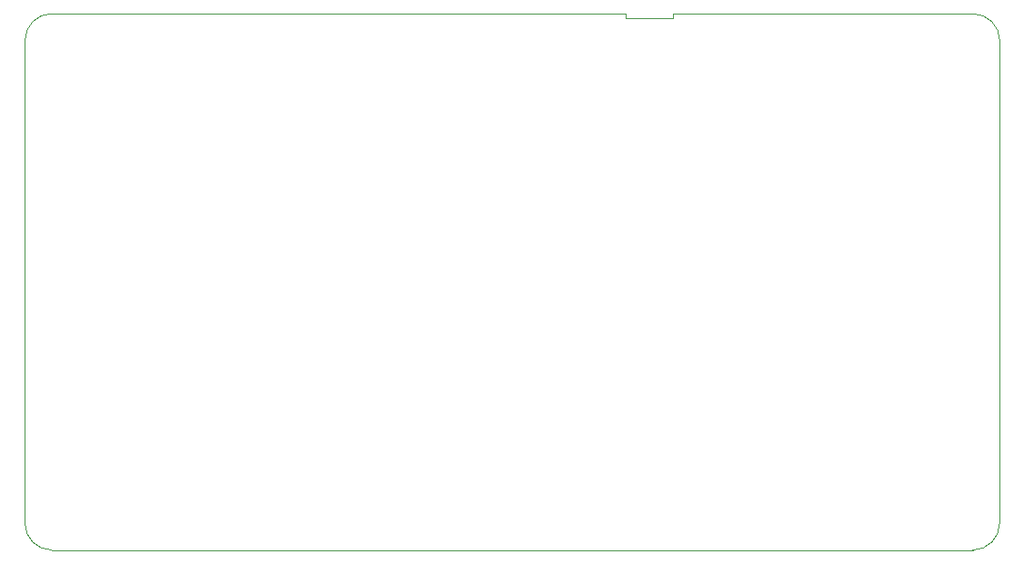
<source format=gm1>
G04 #@! TF.GenerationSoftware,KiCad,Pcbnew,(5.0.0)*
G04 #@! TF.CreationDate,2019-01-26T18:48:23+01:00*
G04 #@! TF.ProjectId,rf-receiver,72662D72656365697665722E6B696361,rev?*
G04 #@! TF.SameCoordinates,Original*
G04 #@! TF.FileFunction,Profile,NP*
%FSLAX46Y46*%
G04 Gerber Fmt 4.6, Leading zero omitted, Abs format (unit mm)*
G04 Created by KiCad (PCBNEW (5.0.0)) date 01/26/19 18:48:23*
%MOMM*%
%LPD*%
G01*
G04 APERTURE LIST*
%ADD10C,0.100000*%
G04 APERTURE END LIST*
D10*
X127600000Y-63400000D02*
X127600000Y-63000000D01*
X127600000Y-63400000D02*
X123200000Y-63400000D01*
X123200000Y-63400000D02*
X123200000Y-63000000D01*
X123200000Y-63000000D02*
X69750000Y-63000000D01*
X69750000Y-113000000D02*
X155500000Y-113000000D01*
X67250000Y-65500000D02*
G75*
G02X69750000Y-63000000I2500000J0D01*
G01*
X69750000Y-113000000D02*
G75*
G02X67250000Y-110500000I0J2500000D01*
G01*
X158000000Y-110500000D02*
G75*
G02X155500000Y-113000000I-2500000J0D01*
G01*
X155500000Y-63000000D02*
G75*
G02X158000000Y-65500000I0J-2500000D01*
G01*
X158000000Y-110500000D02*
X158000000Y-65500000D01*
X67250000Y-65500000D02*
X67250000Y-110500000D01*
X155500000Y-63000000D02*
X127600000Y-63000000D01*
M02*

</source>
